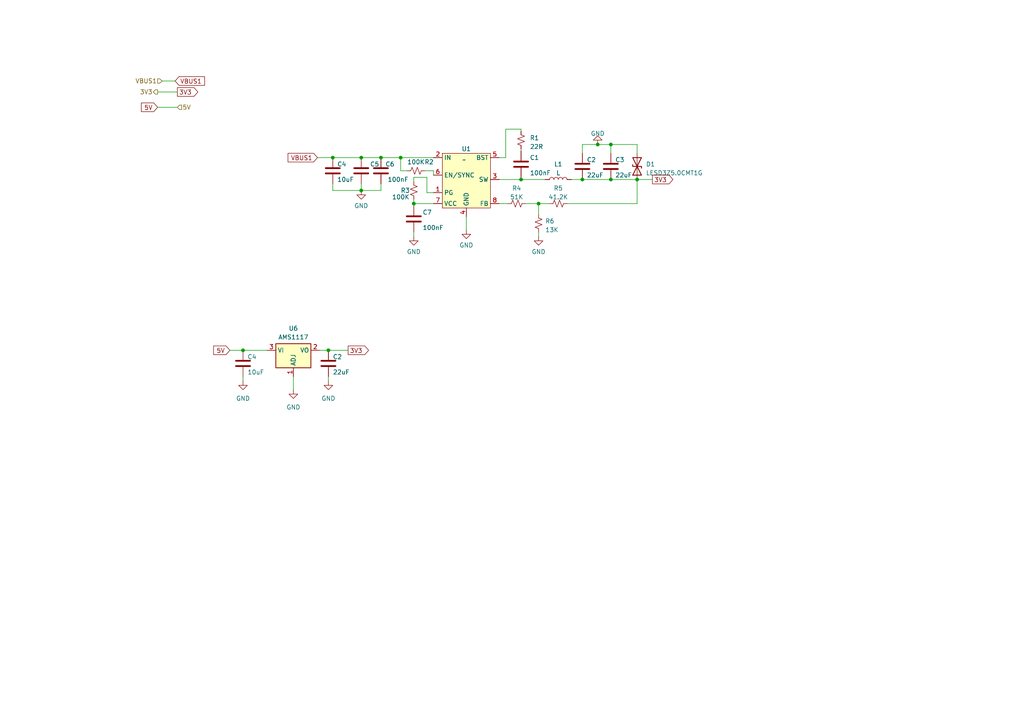
<source format=kicad_sch>
(kicad_sch (version 20230121) (generator eeschema)
  (paper "A4")
  (lib_symbols
    (symbol "Device:C" (pin_numbers hide) (pin_names (offset 0.254))
      (property "Reference" "C" (at 0.635 2.54 0))
      (property "Value" "C" (at 0.635 -2.54 0))
      (symbol "C_0_1"
        (polyline (pts (xy -2.032 -0.762) (xy 2.032 -0.762)) (stroke (width 0.508)))
        (polyline (pts (xy -2.032 0.762) (xy 2.032 0.762)) (stroke (width 0.508)))
      )
      (symbol "C_1_1"
        (pin passive line (at 0 3.81 270) (length 2.794) (name "~") (number "1"))
        (pin passive line (at 0 -3.81 90) (length 2.794) (name "~") (number "2"))
      )
    )
    (symbol "Device:D_TVS" (pin_numbers hide) (pin_names (offset 1.016) hide)
      (property "Reference" "D" (at 0 2.54 0))
      (property "Value" "D_TVS" (at 0 -2.54 0))
      (symbol "D_TVS_0_1"
        (polyline (pts (xy 1.27 0) (xy -1.27 0)))
        (polyline (pts (xy 0.508 1.27) (xy 0 1.27) (xy 0 -1.27) (xy -0.508 -1.27)) (stroke (width 0.254)))
        (polyline (pts (xy -2.54 1.27) (xy -2.54 -1.27) (xy 2.54 1.27) (xy 2.54 -1.27) (xy -2.54 1.27)) (stroke (width 0.254)))
      )
      (symbol "D_TVS_1_1"
        (pin passive line (at -3.81 0 0) (length 2.54) (name "A1") (number "1"))
        (pin passive line (at 3.81 0 180) (length 2.54) (name "A2") (number "2"))
      )
    )
    (symbol "Device:L" (pin_numbers hide) (pin_names (offset 1.016) hide)
      (property "Reference" "L" (at -1.27 0 90))
      (property "Value" "L" (at 1.905 0 90))
      (symbol "L_0_1"
        (arc (start 0 -2.54) (mid 0.6323 -1.905) (end 0 -1.27))
        (arc (start 0 -1.27) (mid 0.6323 -0.635) (end 0 0))
        (arc (start 0 0) (mid 0.6323 0.635) (end 0 1.27))
        (arc (start 0 1.27) (mid 0.6323 1.905) (end 0 2.54))
      )
      (symbol "L_1_1"
        (pin passive line (at 0 3.81 270) (length 1.27) (name "1") (number "1"))
        (pin passive line (at 0 -3.81 90) (length 1.27) (name "2") (number "2"))
      )
    )
    (symbol "Device:R_Small_US" (pin_numbers hide) (pin_names (offset 0.254) hide)
      (property "Reference" "R" (at 0.762 0.508 0))
      (property "Value" "R_Small_US" (at 0.762 -1.016 0))
      (symbol "R_Small_US_1_1"
        (polyline (pts (xy 0 0) (xy 1.016 -0.381) (xy 0 -0.762) (xy -1.016 -1.143) (xy 0 -1.524)))
        (polyline (pts (xy 0 1.524) (xy 1.016 1.143) (xy 0 0.762) (xy -1.016 0.381) (xy 0 0)))
        (pin passive line (at 0 2.54 270) (length 1.016) (name "~") (number "1"))
        (pin passive line (at 0 -2.54 90) (length 1.016) (name "~") (number "2"))
      )
    )
    (symbol "PCM_4ms_Power-symbol:GND" (power) (pin_names (offset 0))
      (property "Value" "GND" (at 0 -3.81 0))
      (symbol "GND_0_1"
        (polyline (pts (xy 0 0) (xy 0 -1.27) (xy 1.27 -1.27) (xy 0 -2.54) (xy -1.27 -1.27) (xy 0 -1.27)))
      )
      (symbol "GND_1_1"
        (pin power_in line (at 0 0 270) (length 0) hide (name "GND") (number "1"))
      )
    )
    (symbol "Power_System:MP9942"
      (property "Reference" "U" (at -0.635 3.175 0))
      (symbol "MP9942_0_1"
        (rectangle (start -6.985 1.905) (end 6.985 -13.97) (fill (type background)))
      )
      (symbol "MP9942_1_1"
        (pin input line (at -9.525 -9.525 0) (length 2.54) (name "PG") (number "1"))
        (pin input line (at -9.525 0.635 0) (length 2.54) (name "IN") (number "2"))
        (pin output line (at 9.525 -5.715 180) (length 2.54) (name "SW") (number "3"))
        (pin input line (at 0 -16.51 90) (length 2.54) (name "GND") (number "4"))
        (pin input line (at 9.525 0.635 180) (length 2.54) (name "BST") (number "5"))
        (pin input line (at -9.525 -4.445 0) (length 2.54) (name "EN/SYNC") (number "6"))
        (pin input line (at -9.525 -12.7 0) (length 2.54) (name "VCC") (number "7"))
        (pin input line (at 9.525 -12.7 180) (length 2.54) (name "FB") (number "8"))
      )
    )
    (symbol "Regulator_Linear:AMS1117"
      (property "Reference" "U" (at -3.81 3.175 0))
      (property "Value" "AMS1117" (at 0 3.175 0))
      (symbol "AMS1117_0_1"
        (rectangle (start -5.08 -5.08) (end 5.08 1.905) (stroke (width 0.254)) (fill (type background)))
      )
      (symbol "AMS1117_1_1"
        (pin input line (at 0 -7.62 90) (length 2.54) (name "ADJ") (number "1"))
        (pin power_out line (at 7.62 0 180) (length 2.54) (name "VO") (number "2"))
        (pin power_in line (at -7.62 0 0) (length 2.54) (name "VI") (number "3"))
      )
    )
  )
  (junction (at 173.355 41.91))
  (junction (at 95.25 101.6))
  (junction (at 116.205 45.72))
  (junction (at 104.775 45.72))
  (junction (at 184.785 52.07))
  (junction (at 168.91 52.07))
  (junction (at 104.775 55.245))
  (junction (at 177.165 52.07))
  (junction (at 177.165 41.91))
  (junction (at 110.49 45.72))
  (junction (at 151.13 52.07))
  (junction (at 120.015 59.055))
  (junction (at 156.21 59.055))
  (junction (at 70.485 101.6))
  (junction (at 96.52 45.72))
  (wire (pts (xy 104.775 45.72) (xy 110.49 45.72)))
  (wire (pts (xy 151.13 43.18) (xy 151.13 43.815)))
  (wire (pts (xy 104.775 55.245) (xy 110.49 55.245)))
  (wire (pts (xy 66.675 101.6) (xy 70.485 101.6)))
  (wire (pts (xy 144.78 59.055) (xy 147.32 59.055)))
  (wire (pts (xy 123.825 55.88) (xy 123.825 51.435)))
  (wire (pts (xy 96.52 45.72) (xy 104.775 45.72)))
  (wire (pts (xy 118.11 49.53) (xy 116.205 49.53)))
  (wire (pts (xy 95.25 110.49) (xy 95.25 109.22)))
  (wire (pts (xy 146.685 45.72) (xy 146.685 37.465)))
  (wire (pts (xy 184.785 44.45) (xy 184.785 41.91)))
  (wire (pts (xy 135.255 66.675) (xy 135.255 62.865)))
  (wire (pts (xy 168.91 44.45) (xy 168.91 41.91)))
  (wire (pts (xy 116.205 45.72) (xy 125.73 45.72)))
  (wire (pts (xy 156.21 68.58) (xy 156.21 67.31)))
  (wire (pts (xy 184.785 52.07) (xy 177.165 52.07)))
  (wire (pts (xy 184.785 41.91) (xy 177.165 41.91)))
  (wire (pts (xy 120.015 59.055) (xy 125.73 59.055)))
  (wire (pts (xy 151.13 51.435) (xy 151.13 52.07)))
  (wire (pts (xy 146.685 37.465) (xy 151.13 37.465)))
  (wire (pts (xy 100.965 101.6) (xy 95.25 101.6)))
  (wire (pts (xy 123.825 51.435) (xy 120.015 51.435)))
  (wire (pts (xy 144.78 45.72) (xy 146.685 45.72)))
  (wire (pts (xy 156.21 59.055) (xy 156.21 62.23)))
  (wire (pts (xy 189.23 52.07) (xy 184.785 52.07)))
  (wire (pts (xy 152.4 59.055) (xy 156.21 59.055)))
  (wire (pts (xy 120.015 59.055) (xy 120.015 59.69)))
  (wire (pts (xy 85.09 113.03) (xy 85.09 109.22)))
  (wire (pts (xy 70.485 110.49) (xy 70.485 109.22)))
  (wire (pts (xy 164.465 59.055) (xy 184.785 59.055)))
  (wire (pts (xy 151.13 37.465) (xy 151.13 38.1)))
  (wire (pts (xy 96.52 53.34) (xy 96.52 55.245)))
  (wire (pts (xy 95.25 101.6) (xy 92.71 101.6)))
  (wire (pts (xy 92.075 45.72) (xy 96.52 45.72)))
  (wire (pts (xy 120.015 68.58) (xy 120.015 67.31)))
  (wire (pts (xy 110.49 55.245) (xy 110.49 53.34)))
  (wire (pts (xy 144.78 52.07) (xy 151.13 52.07)))
  (wire (pts (xy 116.205 49.53) (xy 116.205 45.72)))
  (wire (pts (xy 123.19 49.53) (xy 125.73 49.53)))
  (wire (pts (xy 177.165 52.07) (xy 168.91 52.07)))
  (wire (pts (xy 120.015 57.785) (xy 120.015 59.055)))
  (wire (pts (xy 173.355 41.91) (xy 177.165 41.91)))
  (wire (pts (xy 120.015 51.435) (xy 120.015 52.705)))
  (wire (pts (xy 158.115 52.07) (xy 151.13 52.07)))
  (wire (pts (xy 168.91 52.07) (xy 165.735 52.07)))
  (wire (pts (xy 156.21 59.055) (xy 159.385 59.055)))
  (wire (pts (xy 70.485 101.6) (xy 77.47 101.6)))
  (wire (pts (xy 177.165 41.91) (xy 177.165 44.45)))
  (wire (pts (xy 96.52 55.245) (xy 104.775 55.245)))
  (wire (pts (xy 110.49 45.72) (xy 116.205 45.72)))
  (wire (pts (xy 125.73 55.88) (xy 123.825 55.88)))
  (wire (pts (xy 168.91 41.91) (xy 173.355 41.91)))
  (wire (pts (xy 51.435 31.115) (xy 45.72 31.115)))
  (wire (pts (xy 125.73 49.53) (xy 125.73 50.8)))
  (wire (pts (xy 104.775 53.34) (xy 104.775 55.245)))
  (wire (pts (xy 51.435 26.67) (xy 45.72 26.67)))
  (wire (pts (xy 50.8 23.495) (xy 46.99 23.495)))
  (wire (pts (xy 184.785 59.055) (xy 184.785 52.07)))
  (global_label "3V3" (shape output) (at 100.965 101.6 0) (property "Intersheetrefs" "${INTERSHEET_REFS}" (effects hide)))
  (global_label "3V3" (shape output) (at 189.23 52.07 0) (property "Intersheetrefs" "${INTERSHEET_REFS}" (effects hide)))
  (global_label "3V3" (shape output) (at 51.435 26.67 0) (property "Intersheetrefs" "${INTERSHEET_REFS}" (effects hide)))
  (global_label "5V" (shape input) (at 45.72 31.115 180) (property "Intersheetrefs" "${INTERSHEET_REFS}" (effects hide)))
  (global_label "5V" (shape input) (at 66.675 101.6 180) (property "Intersheetrefs" "${INTERSHEET_REFS}" (effects hide)))
  (global_label "VBUS1" (shape input) (at 50.8 23.495 0) (property "Intersheetrefs" "${INTERSHEET_REFS}" (effects hide)))
  (global_label "VBUS1" (shape input) (at 92.075 45.72 180) (property "Intersheetrefs" "${INTERSHEET_REFS}" (effects hide)))
  (hierarchical_label "3V3" (shape output) (at 45.72 26.67 180))
  (hierarchical_label "VBUS1" (shape input) (at 46.99 23.495 180))
  (hierarchical_label "5V" (shape input) (at 51.435 31.115 0))
  (symbol (lib_id "Device:C") (at 70.485 105.41 0) (unit 1)
    (property "Reference" "C4" (at 71.755 103.505 0) (effects (justify left)))
    (property "Value" "10uF" (at 71.755 107.95 0) (effects (justify left)))
    (property "Footprint" "Capacitor_SMD:C_0402_1005Metric" (effects hide))
    (instances (project "Expansion" (path "" (reference "C4") (unit 1)) (path "" (reference "C13") (unit 1))) (project "Commander_Base" (path "" (reference "C4") (unit 1))) (project "STM32F446RC" (path "" (reference "C15") (unit 1))))
  )
  (symbol (lib_id "Device:R_Small_US") (at 151.13 40.64 0) (unit 1)
    (property "Reference" "R1" (at 153.67 40.005 0) (effects (justify left)))
    (property "Value" "22R" (at 153.67 42.545 0) (effects (justify left)))
    (property "Footprint" "Resistor_SMD:R_0402_1005Metric" (effects hide))
    (instances (project "Expansion" (path "" (reference "R1") (unit 1)) (path "" (reference "R1") (unit 1))) (project "Commander_Base" (path "" (reference "R5") (unit 1))) (project "STM32F446RC" (path "" (reference "R33") (unit 1))))
  )
  (symbol (lib_id "Device:C") (at 95.25 105.41 0) (unit 1)
    (property "Reference" "C2" (at 96.52 103.505 0) (effects (justify left)))
    (property "Value" "22uF" (at 96.52 107.95 0) (effects (justify left)))
    (property "Footprint" "Capacitor_SMD:C_0603_1608Metric" (effects hide))
    (instances (project "Expansion" (path "" (reference "C2") (unit 1)) (path "" (reference "C14") (unit 1))) (project "Commander_Base" (path "" (reference "C5") (unit 1))) (project "STM32F446RC" (path "" (reference "C15") (unit 1))))
  )
  (symbol (lib_id "Device:R_Small_US") (at 120.015 55.245 0) (unit 1)
    (property "Reference" "R3" (at 116.205 55.245 0) (effects (justify left)))
    (property "Value" "100K" (at 113.665 57.15 0) (effects (justify left)))
    (property "Footprint" "Resistor_SMD:R_0402_1005Metric" (effects hide))
    (instances (project "Expansion" (path "" (reference "R3") (unit 1)) (path "" (reference "R3") (unit 1))) (project "Commander_Base" (path "" (reference "R1") (unit 1))) (project "STM32F446RC" (path "" (reference "R33") (unit 1))))
  )
  (symbol (lib_id "Device:R_Small_US") (at 156.21 64.77 0) (unit 1)
    (property "Reference" "R6" (at 158.115 64.135 0) (effects (justify left)))
    (property "Value" "13K" (at 158.115 66.675 0) (effects (justify left)))
    (property "Footprint" "Resistor_SMD:R_0402_1005Metric" (effects hide))
    (instances (project "Expansion" (path "" (reference "R6") (unit 1)) (path "" (reference "R6") (unit 1))) (project "Commander_Base" (path "" (reference "R6") (unit 1))) (project "STM32F446RC" (path "" (reference "R32") (unit 1))))
  )
  (symbol (lib_id "Device:R_Small_US") (at 161.925 59.055 90) (unit 1)
    (property "Reference" "R5" (at 161.925 54.61 90))
    (property "Value" "41.2K" (at 161.925 57.15 90))
    (property "Footprint" "Resistor_SMD:R_0402_1005Metric" (effects hide))
    (instances (project "Expansion" (path "" (reference "R5") (unit 1)) (path "" (reference "R5") (unit 1))) (project "Commander_Base" (path "" (reference "R8") (unit 1))) (project "STM32F446RC" (path "" (reference "R32") (unit 1))))
  )
  (symbol (lib_id "Device:C") (at 96.52 49.53 0) (unit 1)
    (property "Reference" "C4" (at 97.79 47.625 0) (effects (justify left)))
    (property "Value" "10uF" (at 97.79 52.07 0) (effects (justify left)))
    (property "Footprint" "Capacitor_SMD:C_0603_1608Metric" (effects hide))
    (instances (project "Expansion" (path "" (reference "C4") (unit 1)) (path "" (reference "C4") (unit 1))) (project "Commander_Base" (path "" (reference "C4") (unit 1))) (project "STM32F446RC" (path "" (reference "C15") (unit 1))))
  )
  (symbol (lib_id "Device:C") (at 168.91 48.26 0) (unit 1)
    (property "Reference" "C2" (at 170.18 46.355 0) (effects (justify left)))
    (property "Value" "22uF" (at 170.18 50.8 0) (effects (justify left)))
    (property "Footprint" "Capacitor_SMD:C_0603_1608Metric" (effects hide))
    (instances (project "Expansion" (path "" (reference "C2") (unit 1)) (path "" (reference "C2") (unit 1))) (project "Commander_Base" (path "" (reference "C5") (unit 1))) (project "STM32F446RC" (path "" (reference "C15") (unit 1))))
  )
  (symbol (lib_id "PCM_4ms_Power-symbol:GND") (at 85.09 113.03 0) (unit 1)
    (property "Reference" "#PWR010" (effects hide))
    (property "Value" "GND" (at 85.09 118.11 0))
  )
  (symbol (lib_id "Regulator_Linear:AMS1117") (at 85.09 101.6 0) (unit 1)
    (property "Reference" "U6" (at 85.09 95.25 0))
    (property "Value" "AMS1117" (at 85.09 97.79 0))
    (property "Footprint" "Package_TO_SOT_SMD:SOT-89-3" (effects hide))
    (property "Datasheet" "http://www.advanced-monolithic.com/pdf/ds1117.pdf" (effects hide))
  )
  (symbol (lib_id "Device:C") (at 151.13 47.625 0) (unit 1)
    (property "Reference" "C1" (at 153.67 45.72 0) (effects (justify left)))
    (property "Value" "100nF" (at 153.67 50.165 0) (effects (justify left)))
    (property "Footprint" "Capacitor_SMD:C_0402_1005Metric" (effects hide))
    (instances (project "Expansion" (path "" (reference "C1") (unit 1)) (path "" (reference "C1") (unit 1))) (project "Commander_Base" (path "" (reference "C6") (unit 1))) (project "STM32F446RC" (path "" (reference "C15") (unit 1))))
  )
  (symbol (lib_id "Power_System:MP9942") (at 135.255 46.355 0) (unit 1)
    (property "Reference" "U1" (at 135.255 43.18 0))
    (property "Value" "~" (at 134.62 46.355 0))
    (property "Footprint" "Package_TO_SOT_SMD:TSOT-23-8" (effects hide))
    (instances (project "Expansion" (path "" (reference "U1") (unit 1)) (path "" (reference "U1") (unit 1))) (project "Commander_Base" (path "" (reference "U2") (unit 1))))
  )
  (symbol (lib_id "PCM_4ms_Power-symbol:GND") (at 95.25 110.49 0) (unit 1)
    (property "Reference" "#PWR020" (effects hide))
    (property "Value" "GND" (at 95.25 115.57 0))
  )
  (symbol (lib_id "Device:C") (at 110.49 49.53 0) (unit 1)
    (property "Reference" "C6" (at 111.76 47.625 0) (effects (justify left)))
    (property "Value" "100nF" (at 112.395 52.07 0) (effects (justify left)))
    (property "Footprint" "Capacitor_SMD:C_0402_1005Metric" (effects hide))
    (instances (project "Expansion" (path "" (reference "C6") (unit 1)) (path "" (reference "C6") (unit 1))) (project "Commander_Base" (path "" (reference "C2") (unit 1))) (project "STM32F446RC" (path "" (reference "C15") (unit 1))))
  )
  (symbol (lib_id "PCM_4ms_Power-symbol:GND") (at 104.775 55.245 0) (unit 1)
    (property "Reference" "#PWR012" (effects hide))
    (property "Value" "GND" (at 104.775 59.69 0))
    (instances (project "Expansion" (path "" (reference "#PWR012") (unit 1)) (path "" (reference "#PWR012") (unit 1))) (project "Commander_Base" (path "" (reference "#PWR017") (unit 1))))
  )
  (symbol (lib_id "PCM_4ms_Power-symbol:GND") (at 120.015 68.58 0) (unit 1)
    (property "Reference" "#PWR014" (effects hide))
    (property "Value" "GND" (at 120.015 73.025 0))
    (instances (project "Expansion" (path "" (reference "#PWR014") (unit 1)) (path "" (reference "#PWR014") (unit 1))) (project "Commander_Base" (path "" (reference "#PWR05") (unit 1))))
  )
  (symbol (lib_id "PCM_4ms_Power-symbol:GND") (at 173.355 41.91 180) (unit 1)
    (property "Reference" "#PWR09" (effects hide))
    (property "Value" "GND" (at 173.355 38.735 0))
    (instances (project "Expansion" (path "" (reference "#PWR09") (unit 1)) (path "" (reference "#PWR09") (unit 1))) (project "Commander_Base" (path "" (reference "#PWR016") (unit 1))))
  )
  (symbol (lib_id "Device:C") (at 104.775 49.53 0) (unit 1)
    (property "Reference" "C5" (at 107.315 47.625 0) (effects (justify left)))
    (property "Value" "10uF" (effects hide))
    (property "Footprint" "Capacitor_SMD:C_0603_1608Metric" (effects hide))
    (instances (project "Expansion" (path "" (reference "C5") (unit 1)) (path "" (reference "C5") (unit 1))) (project "Commander_Base" (path "" (reference "C3") (unit 1))) (project "STM32F446RC" (path "" (reference "C15") (unit 1))))
  )
  (symbol (lib_id "Device:L") (at 161.925 52.07 90) (unit 1)
    (property "Reference" "L1" (at 161.925 47.625 90))
    (property "Value" "L" (at 161.925 50.165 90))
    (property "Footprint" "Inductor_SMD:L_Sunlord_MWSA0402S" (effects hide))
    (instances (project "Expansion" (path "" (reference "L1") (unit 1)) (path "" (reference "L1") (unit 1))) (project "Commander_Base" (path "" (reference "L2") (unit 1))))
  )
  (symbol (lib_id "Device:C") (at 177.165 48.26 0) (unit 1)
    (property "Reference" "C3" (at 178.435 46.355 0) (effects (justify left)))
    (property "Value" "22uF" (at 178.435 50.8 0) (effects (justify left)))
    (property "Footprint" "Capacitor_SMD:C_0603_1608Metric" (effects hide))
    (instances (project "Expansion" (path "" (reference "C3") (unit 1)) (path "" (reference "C3") (unit 1))) (project "Commander_Base" (path "" (reference "C7") (unit 1))) (project "STM32F446RC" (path "" (reference "C15") (unit 1))))
  )
  (symbol (lib_id "PCM_4ms_Power-symbol:GND") (at 135.255 66.675 0) (unit 1)
    (property "Reference" "#PWR013" (effects hide))
    (property "Value" "GND" (at 135.255 71.12 0))
    (instances (project "Expansion" (path "" (reference "#PWR013") (unit 1)) (path "" (reference "#PWR013") (unit 1))) (project "Commander_Base" (path "" (reference "#PWR014") (unit 1))))
  )
  (symbol (lib_id "PCM_4ms_Power-symbol:GND") (at 70.485 110.49 0) (unit 1)
    (property "Reference" "#PWR011" (effects hide))
    (property "Value" "GND" (at 70.485 115.57 0))
  )
  (symbol (lib_id "Device:R_Small_US") (at 120.65 49.53 90) (unit 1)
    (property "Reference" "R2" (at 124.46 46.99 90))
    (property "Value" "100K" (at 120.65 46.99 90))
    (property "Footprint" "Resistor_SMD:R_0402_1005Metric" (effects hide))
    (instances (project "Expansion" (path "" (reference "R2") (unit 1)) (path "" (reference "R2") (unit 1))) (project "Commander_Base" (path "" (reference "R2") (unit 1))) (project "STM32F446RC" (path "" (reference "R33") (unit 1))))
  )
  (symbol (lib_id "Device:D_TVS") (at 184.785 48.26 90) (unit 1)
    (property "Reference" "D1" (at 187.325 47.625 90) (effects (justify right)))
    (property "Value" "LESD3Z5.0CMT1G" (at 187.325 50.165 90) (effects (justify right)))
    (property "Footprint" "Diode_SMD:D_SOD-323" (effects hide))
    (instances (project "Expansion" (path "" (reference "D1") (unit 1)) (path "" (reference "D1") (unit 1))) (project "Commander_Base" (path "" (reference "D1") (unit 1))) (project "STM32F446RC" (path "" (reference "D14") (unit 1))))
  )
  (symbol (lib_id "Device:R_Small_US") (at 149.86 59.055 90) (unit 1)
    (property "Reference" "R4" (at 149.86 54.61 90))
    (property "Value" "51K" (at 149.86 57.15 90))
    (property "Footprint" "Resistor_SMD:R_0402_1005Metric" (effects hide))
    (instances (project "Expansion" (path "" (reference "R4") (unit 1)) (path "" (reference "R4") (unit 1))) (project "Commander_Base" (path "" (reference "R7") (unit 1))) (project "STM32F446RC" (path "" (reference "R32") (unit 1))))
  )
  (symbol (lib_id "PCM_4ms_Power-symbol:GND") (at 156.21 68.58 0) (unit 1)
    (property "Reference" "#PWR015" (effects hide))
    (property "Value" "GND" (at 156.21 73.025 0))
  )
  (symbol (lib_id "Device:C") (at 120.015 63.5 0) (unit 1)
    (property "Reference" "C7" (at 122.555 61.595 0) (effects (justify left)))
    (property "Value" "100nF" (at 122.555 66.04 0) (effects (justify left)))
    (property "Footprint" "Capacitor_SMD:C_0402_1005Metric" (effects hide))
    (instances (project "Expansion" (path "" (reference "C7") (unit 1)) (path "" (reference "C7") (unit 1))) (project "Commander_Base" (path "" (reference "C1") (unit 1))) (project "STM32F446RC" (path "" (reference "C15") (unit 1))))
  )
)
</source>
